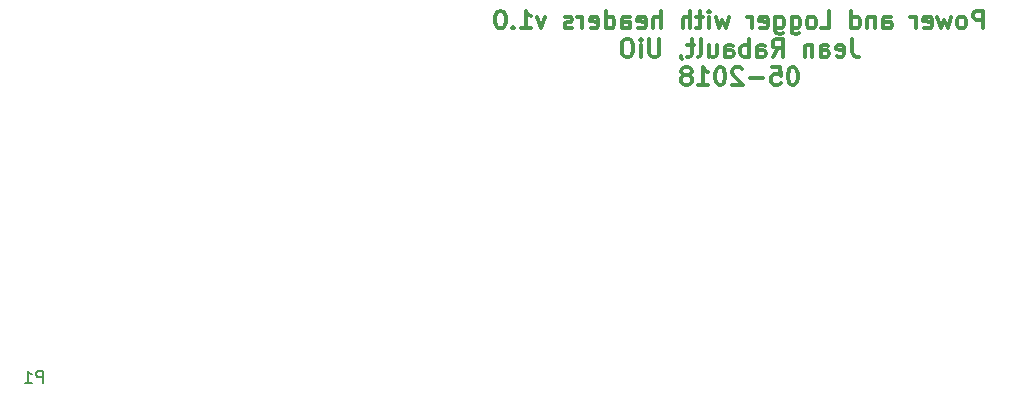
<source format=gbo>
G04 #@! TF.FileFunction,Legend,Bot*
%FSLAX46Y46*%
G04 Gerber Fmt 4.6, Leading zero omitted, Abs format (unit mm)*
G04 Created by KiCad (PCBNEW 4.0.2+dfsg1-stable) date ma. 28. mai 2018 kl. 14.59 +0200*
%MOMM*%
G01*
G04 APERTURE LIST*
%ADD10C,0.100000*%
%ADD11C,0.300000*%
%ADD12C,0.150000*%
G04 APERTURE END LIST*
D10*
D11*
X255482142Y-110153571D02*
X255482142Y-108653571D01*
X254910714Y-108653571D01*
X254767856Y-108725000D01*
X254696428Y-108796429D01*
X254624999Y-108939286D01*
X254624999Y-109153571D01*
X254696428Y-109296429D01*
X254767856Y-109367857D01*
X254910714Y-109439286D01*
X255482142Y-109439286D01*
X253767856Y-110153571D02*
X253910714Y-110082143D01*
X253982142Y-110010714D01*
X254053571Y-109867857D01*
X254053571Y-109439286D01*
X253982142Y-109296429D01*
X253910714Y-109225000D01*
X253767856Y-109153571D01*
X253553571Y-109153571D01*
X253410714Y-109225000D01*
X253339285Y-109296429D01*
X253267856Y-109439286D01*
X253267856Y-109867857D01*
X253339285Y-110010714D01*
X253410714Y-110082143D01*
X253553571Y-110153571D01*
X253767856Y-110153571D01*
X252767856Y-109153571D02*
X252482142Y-110153571D01*
X252196428Y-109439286D01*
X251910713Y-110153571D01*
X251624999Y-109153571D01*
X250482142Y-110082143D02*
X250624999Y-110153571D01*
X250910713Y-110153571D01*
X251053570Y-110082143D01*
X251124999Y-109939286D01*
X251124999Y-109367857D01*
X251053570Y-109225000D01*
X250910713Y-109153571D01*
X250624999Y-109153571D01*
X250482142Y-109225000D01*
X250410713Y-109367857D01*
X250410713Y-109510714D01*
X251124999Y-109653571D01*
X249767856Y-110153571D02*
X249767856Y-109153571D01*
X249767856Y-109439286D02*
X249696428Y-109296429D01*
X249624999Y-109225000D01*
X249482142Y-109153571D01*
X249339285Y-109153571D01*
X247053571Y-110153571D02*
X247053571Y-109367857D01*
X247125000Y-109225000D01*
X247267857Y-109153571D01*
X247553571Y-109153571D01*
X247696428Y-109225000D01*
X247053571Y-110082143D02*
X247196428Y-110153571D01*
X247553571Y-110153571D01*
X247696428Y-110082143D01*
X247767857Y-109939286D01*
X247767857Y-109796429D01*
X247696428Y-109653571D01*
X247553571Y-109582143D01*
X247196428Y-109582143D01*
X247053571Y-109510714D01*
X246339285Y-109153571D02*
X246339285Y-110153571D01*
X246339285Y-109296429D02*
X246267857Y-109225000D01*
X246124999Y-109153571D01*
X245910714Y-109153571D01*
X245767857Y-109225000D01*
X245696428Y-109367857D01*
X245696428Y-110153571D01*
X244339285Y-110153571D02*
X244339285Y-108653571D01*
X244339285Y-110082143D02*
X244482142Y-110153571D01*
X244767856Y-110153571D01*
X244910714Y-110082143D01*
X244982142Y-110010714D01*
X245053571Y-109867857D01*
X245053571Y-109439286D01*
X244982142Y-109296429D01*
X244910714Y-109225000D01*
X244767856Y-109153571D01*
X244482142Y-109153571D01*
X244339285Y-109225000D01*
X241767856Y-110153571D02*
X242482142Y-110153571D01*
X242482142Y-108653571D01*
X241053570Y-110153571D02*
X241196428Y-110082143D01*
X241267856Y-110010714D01*
X241339285Y-109867857D01*
X241339285Y-109439286D01*
X241267856Y-109296429D01*
X241196428Y-109225000D01*
X241053570Y-109153571D01*
X240839285Y-109153571D01*
X240696428Y-109225000D01*
X240624999Y-109296429D01*
X240553570Y-109439286D01*
X240553570Y-109867857D01*
X240624999Y-110010714D01*
X240696428Y-110082143D01*
X240839285Y-110153571D01*
X241053570Y-110153571D01*
X239267856Y-109153571D02*
X239267856Y-110367857D01*
X239339285Y-110510714D01*
X239410713Y-110582143D01*
X239553570Y-110653571D01*
X239767856Y-110653571D01*
X239910713Y-110582143D01*
X239267856Y-110082143D02*
X239410713Y-110153571D01*
X239696427Y-110153571D01*
X239839285Y-110082143D01*
X239910713Y-110010714D01*
X239982142Y-109867857D01*
X239982142Y-109439286D01*
X239910713Y-109296429D01*
X239839285Y-109225000D01*
X239696427Y-109153571D01*
X239410713Y-109153571D01*
X239267856Y-109225000D01*
X237910713Y-109153571D02*
X237910713Y-110367857D01*
X237982142Y-110510714D01*
X238053570Y-110582143D01*
X238196427Y-110653571D01*
X238410713Y-110653571D01*
X238553570Y-110582143D01*
X237910713Y-110082143D02*
X238053570Y-110153571D01*
X238339284Y-110153571D01*
X238482142Y-110082143D01*
X238553570Y-110010714D01*
X238624999Y-109867857D01*
X238624999Y-109439286D01*
X238553570Y-109296429D01*
X238482142Y-109225000D01*
X238339284Y-109153571D01*
X238053570Y-109153571D01*
X237910713Y-109225000D01*
X236624999Y-110082143D02*
X236767856Y-110153571D01*
X237053570Y-110153571D01*
X237196427Y-110082143D01*
X237267856Y-109939286D01*
X237267856Y-109367857D01*
X237196427Y-109225000D01*
X237053570Y-109153571D01*
X236767856Y-109153571D01*
X236624999Y-109225000D01*
X236553570Y-109367857D01*
X236553570Y-109510714D01*
X237267856Y-109653571D01*
X235910713Y-110153571D02*
X235910713Y-109153571D01*
X235910713Y-109439286D02*
X235839285Y-109296429D01*
X235767856Y-109225000D01*
X235624999Y-109153571D01*
X235482142Y-109153571D01*
X233982142Y-109153571D02*
X233696428Y-110153571D01*
X233410714Y-109439286D01*
X233124999Y-110153571D01*
X232839285Y-109153571D01*
X232267856Y-110153571D02*
X232267856Y-109153571D01*
X232267856Y-108653571D02*
X232339285Y-108725000D01*
X232267856Y-108796429D01*
X232196428Y-108725000D01*
X232267856Y-108653571D01*
X232267856Y-108796429D01*
X231767856Y-109153571D02*
X231196427Y-109153571D01*
X231553570Y-108653571D02*
X231553570Y-109939286D01*
X231482142Y-110082143D01*
X231339284Y-110153571D01*
X231196427Y-110153571D01*
X230696427Y-110153571D02*
X230696427Y-108653571D01*
X230053570Y-110153571D02*
X230053570Y-109367857D01*
X230124999Y-109225000D01*
X230267856Y-109153571D01*
X230482141Y-109153571D01*
X230624999Y-109225000D01*
X230696427Y-109296429D01*
X228196427Y-110153571D02*
X228196427Y-108653571D01*
X227553570Y-110153571D02*
X227553570Y-109367857D01*
X227624999Y-109225000D01*
X227767856Y-109153571D01*
X227982141Y-109153571D01*
X228124999Y-109225000D01*
X228196427Y-109296429D01*
X226267856Y-110082143D02*
X226410713Y-110153571D01*
X226696427Y-110153571D01*
X226839284Y-110082143D01*
X226910713Y-109939286D01*
X226910713Y-109367857D01*
X226839284Y-109225000D01*
X226696427Y-109153571D01*
X226410713Y-109153571D01*
X226267856Y-109225000D01*
X226196427Y-109367857D01*
X226196427Y-109510714D01*
X226910713Y-109653571D01*
X224910713Y-110153571D02*
X224910713Y-109367857D01*
X224982142Y-109225000D01*
X225124999Y-109153571D01*
X225410713Y-109153571D01*
X225553570Y-109225000D01*
X224910713Y-110082143D02*
X225053570Y-110153571D01*
X225410713Y-110153571D01*
X225553570Y-110082143D01*
X225624999Y-109939286D01*
X225624999Y-109796429D01*
X225553570Y-109653571D01*
X225410713Y-109582143D01*
X225053570Y-109582143D01*
X224910713Y-109510714D01*
X223553570Y-110153571D02*
X223553570Y-108653571D01*
X223553570Y-110082143D02*
X223696427Y-110153571D01*
X223982141Y-110153571D01*
X224124999Y-110082143D01*
X224196427Y-110010714D01*
X224267856Y-109867857D01*
X224267856Y-109439286D01*
X224196427Y-109296429D01*
X224124999Y-109225000D01*
X223982141Y-109153571D01*
X223696427Y-109153571D01*
X223553570Y-109225000D01*
X222267856Y-110082143D02*
X222410713Y-110153571D01*
X222696427Y-110153571D01*
X222839284Y-110082143D01*
X222910713Y-109939286D01*
X222910713Y-109367857D01*
X222839284Y-109225000D01*
X222696427Y-109153571D01*
X222410713Y-109153571D01*
X222267856Y-109225000D01*
X222196427Y-109367857D01*
X222196427Y-109510714D01*
X222910713Y-109653571D01*
X221553570Y-110153571D02*
X221553570Y-109153571D01*
X221553570Y-109439286D02*
X221482142Y-109296429D01*
X221410713Y-109225000D01*
X221267856Y-109153571D01*
X221124999Y-109153571D01*
X220696428Y-110082143D02*
X220553571Y-110153571D01*
X220267856Y-110153571D01*
X220124999Y-110082143D01*
X220053571Y-109939286D01*
X220053571Y-109867857D01*
X220124999Y-109725000D01*
X220267856Y-109653571D01*
X220482142Y-109653571D01*
X220624999Y-109582143D01*
X220696428Y-109439286D01*
X220696428Y-109367857D01*
X220624999Y-109225000D01*
X220482142Y-109153571D01*
X220267856Y-109153571D01*
X220124999Y-109225000D01*
X218410713Y-109153571D02*
X218053570Y-110153571D01*
X217696428Y-109153571D01*
X216339285Y-110153571D02*
X217196428Y-110153571D01*
X216767856Y-110153571D02*
X216767856Y-108653571D01*
X216910713Y-108867857D01*
X217053571Y-109010714D01*
X217196428Y-109082143D01*
X215696428Y-110010714D02*
X215625000Y-110082143D01*
X215696428Y-110153571D01*
X215767857Y-110082143D01*
X215696428Y-110010714D01*
X215696428Y-110153571D01*
X214696428Y-108653571D02*
X214553571Y-108653571D01*
X214410714Y-108725000D01*
X214339285Y-108796429D01*
X214267856Y-108939286D01*
X214196428Y-109225000D01*
X214196428Y-109582143D01*
X214267856Y-109867857D01*
X214339285Y-110010714D01*
X214410714Y-110082143D01*
X214553571Y-110153571D01*
X214696428Y-110153571D01*
X214839285Y-110082143D01*
X214910714Y-110010714D01*
X214982142Y-109867857D01*
X215053571Y-109582143D01*
X215053571Y-109225000D01*
X214982142Y-108939286D01*
X214910714Y-108796429D01*
X214839285Y-108725000D01*
X214696428Y-108653571D01*
X244375001Y-111053571D02*
X244375001Y-112125000D01*
X244446429Y-112339286D01*
X244589286Y-112482143D01*
X244803572Y-112553571D01*
X244946429Y-112553571D01*
X243089287Y-112482143D02*
X243232144Y-112553571D01*
X243517858Y-112553571D01*
X243660715Y-112482143D01*
X243732144Y-112339286D01*
X243732144Y-111767857D01*
X243660715Y-111625000D01*
X243517858Y-111553571D01*
X243232144Y-111553571D01*
X243089287Y-111625000D01*
X243017858Y-111767857D01*
X243017858Y-111910714D01*
X243732144Y-112053571D01*
X241732144Y-112553571D02*
X241732144Y-111767857D01*
X241803573Y-111625000D01*
X241946430Y-111553571D01*
X242232144Y-111553571D01*
X242375001Y-111625000D01*
X241732144Y-112482143D02*
X241875001Y-112553571D01*
X242232144Y-112553571D01*
X242375001Y-112482143D01*
X242446430Y-112339286D01*
X242446430Y-112196429D01*
X242375001Y-112053571D01*
X242232144Y-111982143D01*
X241875001Y-111982143D01*
X241732144Y-111910714D01*
X241017858Y-111553571D02*
X241017858Y-112553571D01*
X241017858Y-111696429D02*
X240946430Y-111625000D01*
X240803572Y-111553571D01*
X240589287Y-111553571D01*
X240446430Y-111625000D01*
X240375001Y-111767857D01*
X240375001Y-112553571D01*
X237660715Y-112553571D02*
X238160715Y-111839286D01*
X238517858Y-112553571D02*
X238517858Y-111053571D01*
X237946430Y-111053571D01*
X237803572Y-111125000D01*
X237732144Y-111196429D01*
X237660715Y-111339286D01*
X237660715Y-111553571D01*
X237732144Y-111696429D01*
X237803572Y-111767857D01*
X237946430Y-111839286D01*
X238517858Y-111839286D01*
X236375001Y-112553571D02*
X236375001Y-111767857D01*
X236446430Y-111625000D01*
X236589287Y-111553571D01*
X236875001Y-111553571D01*
X237017858Y-111625000D01*
X236375001Y-112482143D02*
X236517858Y-112553571D01*
X236875001Y-112553571D01*
X237017858Y-112482143D01*
X237089287Y-112339286D01*
X237089287Y-112196429D01*
X237017858Y-112053571D01*
X236875001Y-111982143D01*
X236517858Y-111982143D01*
X236375001Y-111910714D01*
X235660715Y-112553571D02*
X235660715Y-111053571D01*
X235660715Y-111625000D02*
X235517858Y-111553571D01*
X235232144Y-111553571D01*
X235089287Y-111625000D01*
X235017858Y-111696429D01*
X234946429Y-111839286D01*
X234946429Y-112267857D01*
X235017858Y-112410714D01*
X235089287Y-112482143D01*
X235232144Y-112553571D01*
X235517858Y-112553571D01*
X235660715Y-112482143D01*
X233660715Y-112553571D02*
X233660715Y-111767857D01*
X233732144Y-111625000D01*
X233875001Y-111553571D01*
X234160715Y-111553571D01*
X234303572Y-111625000D01*
X233660715Y-112482143D02*
X233803572Y-112553571D01*
X234160715Y-112553571D01*
X234303572Y-112482143D01*
X234375001Y-112339286D01*
X234375001Y-112196429D01*
X234303572Y-112053571D01*
X234160715Y-111982143D01*
X233803572Y-111982143D01*
X233660715Y-111910714D01*
X232303572Y-111553571D02*
X232303572Y-112553571D01*
X232946429Y-111553571D02*
X232946429Y-112339286D01*
X232875001Y-112482143D01*
X232732143Y-112553571D01*
X232517858Y-112553571D01*
X232375001Y-112482143D01*
X232303572Y-112410714D01*
X231375000Y-112553571D02*
X231517858Y-112482143D01*
X231589286Y-112339286D01*
X231589286Y-111053571D01*
X231017858Y-111553571D02*
X230446429Y-111553571D01*
X230803572Y-111053571D02*
X230803572Y-112339286D01*
X230732144Y-112482143D01*
X230589286Y-112553571D01*
X230446429Y-112553571D01*
X229875001Y-112482143D02*
X229875001Y-112553571D01*
X229946429Y-112696429D01*
X230017858Y-112767857D01*
X228089286Y-111053571D02*
X228089286Y-112267857D01*
X228017858Y-112410714D01*
X227946429Y-112482143D01*
X227803572Y-112553571D01*
X227517858Y-112553571D01*
X227375000Y-112482143D01*
X227303572Y-112410714D01*
X227232143Y-112267857D01*
X227232143Y-111053571D01*
X226517857Y-112553571D02*
X226517857Y-111553571D01*
X226517857Y-111053571D02*
X226589286Y-111125000D01*
X226517857Y-111196429D01*
X226446429Y-111125000D01*
X226517857Y-111053571D01*
X226517857Y-111196429D01*
X225517857Y-111053571D02*
X225232143Y-111053571D01*
X225089285Y-111125000D01*
X224946428Y-111267857D01*
X224875000Y-111553571D01*
X224875000Y-112053571D01*
X224946428Y-112339286D01*
X225089285Y-112482143D01*
X225232143Y-112553571D01*
X225517857Y-112553571D01*
X225660714Y-112482143D01*
X225803571Y-112339286D01*
X225875000Y-112053571D01*
X225875000Y-111553571D01*
X225803571Y-111267857D01*
X225660714Y-111125000D01*
X225517857Y-111053571D01*
X239446427Y-113453571D02*
X239303570Y-113453571D01*
X239160713Y-113525000D01*
X239089284Y-113596429D01*
X239017855Y-113739286D01*
X238946427Y-114025000D01*
X238946427Y-114382143D01*
X239017855Y-114667857D01*
X239089284Y-114810714D01*
X239160713Y-114882143D01*
X239303570Y-114953571D01*
X239446427Y-114953571D01*
X239589284Y-114882143D01*
X239660713Y-114810714D01*
X239732141Y-114667857D01*
X239803570Y-114382143D01*
X239803570Y-114025000D01*
X239732141Y-113739286D01*
X239660713Y-113596429D01*
X239589284Y-113525000D01*
X239446427Y-113453571D01*
X237589284Y-113453571D02*
X238303570Y-113453571D01*
X238374999Y-114167857D01*
X238303570Y-114096429D01*
X238160713Y-114025000D01*
X237803570Y-114025000D01*
X237660713Y-114096429D01*
X237589284Y-114167857D01*
X237517856Y-114310714D01*
X237517856Y-114667857D01*
X237589284Y-114810714D01*
X237660713Y-114882143D01*
X237803570Y-114953571D01*
X238160713Y-114953571D01*
X238303570Y-114882143D01*
X238374999Y-114810714D01*
X236874999Y-114382143D02*
X235732142Y-114382143D01*
X235089285Y-113596429D02*
X235017856Y-113525000D01*
X234874999Y-113453571D01*
X234517856Y-113453571D01*
X234374999Y-113525000D01*
X234303570Y-113596429D01*
X234232142Y-113739286D01*
X234232142Y-113882143D01*
X234303570Y-114096429D01*
X235160713Y-114953571D01*
X234232142Y-114953571D01*
X233303571Y-113453571D02*
X233160714Y-113453571D01*
X233017857Y-113525000D01*
X232946428Y-113596429D01*
X232874999Y-113739286D01*
X232803571Y-114025000D01*
X232803571Y-114382143D01*
X232874999Y-114667857D01*
X232946428Y-114810714D01*
X233017857Y-114882143D01*
X233160714Y-114953571D01*
X233303571Y-114953571D01*
X233446428Y-114882143D01*
X233517857Y-114810714D01*
X233589285Y-114667857D01*
X233660714Y-114382143D01*
X233660714Y-114025000D01*
X233589285Y-113739286D01*
X233517857Y-113596429D01*
X233446428Y-113525000D01*
X233303571Y-113453571D01*
X231375000Y-114953571D02*
X232232143Y-114953571D01*
X231803571Y-114953571D02*
X231803571Y-113453571D01*
X231946428Y-113667857D01*
X232089286Y-113810714D01*
X232232143Y-113882143D01*
X230517857Y-114096429D02*
X230660715Y-114025000D01*
X230732143Y-113953571D01*
X230803572Y-113810714D01*
X230803572Y-113739286D01*
X230732143Y-113596429D01*
X230660715Y-113525000D01*
X230517857Y-113453571D01*
X230232143Y-113453571D01*
X230089286Y-113525000D01*
X230017857Y-113596429D01*
X229946429Y-113739286D01*
X229946429Y-113810714D01*
X230017857Y-113953571D01*
X230089286Y-114025000D01*
X230232143Y-114096429D01*
X230517857Y-114096429D01*
X230660715Y-114167857D01*
X230732143Y-114239286D01*
X230803572Y-114382143D01*
X230803572Y-114667857D01*
X230732143Y-114810714D01*
X230660715Y-114882143D01*
X230517857Y-114953571D01*
X230232143Y-114953571D01*
X230089286Y-114882143D01*
X230017857Y-114810714D01*
X229946429Y-114667857D01*
X229946429Y-114382143D01*
X230017857Y-114239286D01*
X230089286Y-114167857D01*
X230232143Y-114096429D01*
D12*
X175886695Y-140155581D02*
X175886695Y-139155581D01*
X175505742Y-139155581D01*
X175410504Y-139203200D01*
X175362885Y-139250819D01*
X175315266Y-139346057D01*
X175315266Y-139488914D01*
X175362885Y-139584152D01*
X175410504Y-139631771D01*
X175505742Y-139679390D01*
X175886695Y-139679390D01*
X174362885Y-140155581D02*
X174934314Y-140155581D01*
X174648600Y-140155581D02*
X174648600Y-139155581D01*
X174743838Y-139298438D01*
X174839076Y-139393676D01*
X174934314Y-139441295D01*
M02*

</source>
